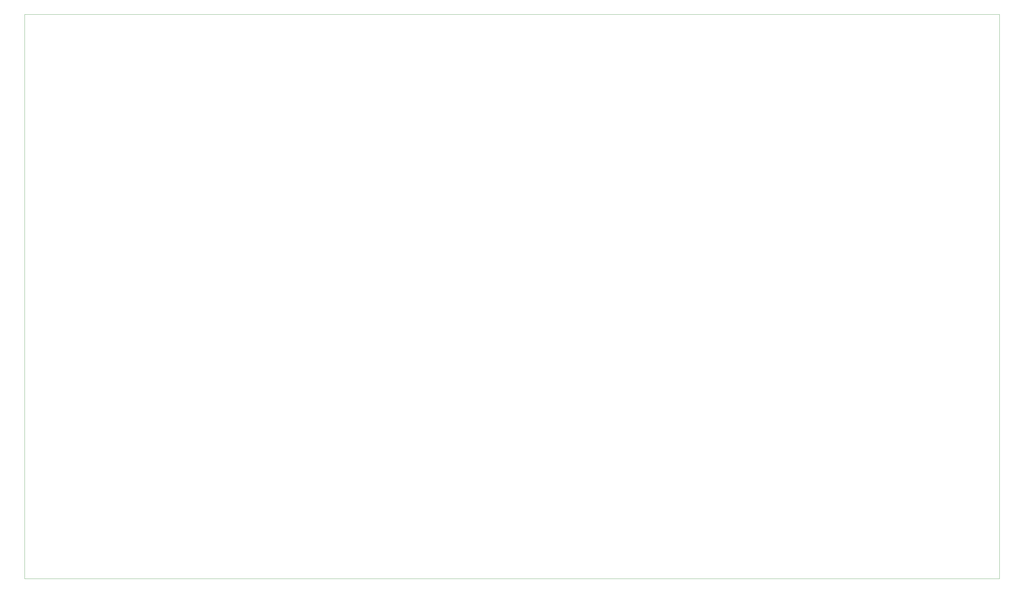
<source format=gm1>
%TF.GenerationSoftware,KiCad,Pcbnew,(6.0.7)*%
%TF.CreationDate,2022-09-11T16:21:36-04:00*%
%TF.ProjectId,augertapowermanagement,61756765-7274-4617-906f-7765726d616e,rev?*%
%TF.SameCoordinates,Original*%
%TF.FileFunction,Profile,NP*%
%FSLAX46Y46*%
G04 Gerber Fmt 4.6, Leading zero omitted, Abs format (unit mm)*
G04 Created by KiCad (PCBNEW (6.0.7)) date 2022-09-11 16:21:36*
%MOMM*%
%LPD*%
G01*
G04 APERTURE LIST*
%TA.AperFunction,Profile*%
%ADD10C,0.100000*%
%TD*%
G04 APERTURE END LIST*
D10*
X49110800Y-222370000D02*
X364947200Y-222370000D01*
X364947200Y-222370000D02*
X364947200Y-39370000D01*
X364947200Y-39370000D02*
X49110800Y-39370000D01*
X49110800Y-39370000D02*
X49110800Y-222370000D01*
M02*

</source>
